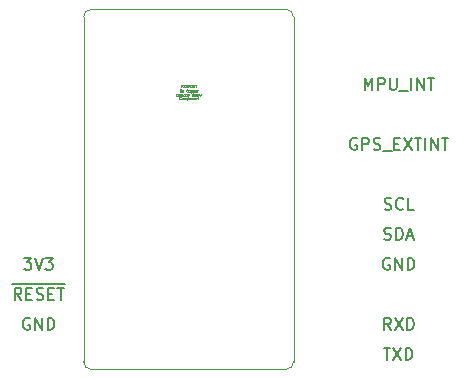
<source format=gbr>
%TF.GenerationSoftware,KiCad,Pcbnew,5.1.5+dfsg1-2~bpo10+1*%
%TF.CreationDate,Date%
%TF.ProjectId,ProMicro_GPS,50726f4d-6963-4726-9f5f-4750532e6b69,v3.1*%
%TF.SameCoordinates,Original*%
%TF.FileFunction,Other,Comment*%
%FSLAX45Y45*%
G04 Gerber Fmt 4.5, Leading zero omitted, Abs format (unit mm)*
G04 Created by KiCad*
%MOMM*%
%LPD*%
G04 APERTURE LIST*
%ADD10C,0.100000*%
%ADD11C,0.150000*%
%ADD12C,0.040000*%
G04 APERTURE END LIST*
D10*
X127000Y2857500D02*
X127000Y-63500D01*
D11*
X727905Y2240762D02*
X727905Y2340762D01*
X761238Y2269333D01*
X794571Y2340762D01*
X794571Y2240762D01*
X842190Y2240762D02*
X842190Y2340762D01*
X880286Y2340762D01*
X889809Y2336000D01*
X894571Y2331238D01*
X899333Y2321714D01*
X899333Y2307429D01*
X894571Y2297905D01*
X889809Y2293143D01*
X880286Y2288381D01*
X842190Y2288381D01*
X942190Y2340762D02*
X942190Y2259810D01*
X946952Y2250286D01*
X951714Y2245524D01*
X961238Y2240762D01*
X980286Y2240762D01*
X989809Y2245524D01*
X994571Y2250286D01*
X999333Y2259810D01*
X999333Y2340762D01*
X1023143Y2231238D02*
X1099333Y2231238D01*
X1123143Y2240762D02*
X1123143Y2340762D01*
X1170762Y2240762D02*
X1170762Y2340762D01*
X1227905Y2240762D01*
X1227905Y2340762D01*
X1261238Y2340762D02*
X1318381Y2340762D01*
X1289810Y2240762D02*
X1289810Y2340762D01*
X-2155810Y816762D02*
X-2093905Y816762D01*
X-2127238Y778667D01*
X-2112952Y778667D01*
X-2103429Y773905D01*
X-2098667Y769143D01*
X-2093905Y759619D01*
X-2093905Y735810D01*
X-2098667Y726286D01*
X-2103429Y721524D01*
X-2112952Y716762D01*
X-2141524Y716762D01*
X-2151048Y721524D01*
X-2155810Y726286D01*
X-2065333Y816762D02*
X-2032000Y716762D01*
X-1998667Y816762D01*
X-1974857Y816762D02*
X-1912952Y816762D01*
X-1946286Y778667D01*
X-1932000Y778667D01*
X-1922476Y773905D01*
X-1917714Y769143D01*
X-1912952Y759619D01*
X-1912952Y735810D01*
X-1917714Y726286D01*
X-1922476Y721524D01*
X-1932000Y716762D01*
X-1960571Y716762D01*
X-1970095Y721524D01*
X-1974857Y726286D01*
X894571Y975524D02*
X908857Y970762D01*
X932667Y970762D01*
X942190Y975524D01*
X946952Y980286D01*
X951714Y989810D01*
X951714Y999333D01*
X946952Y1008857D01*
X942190Y1013619D01*
X932667Y1018381D01*
X913619Y1023143D01*
X904095Y1027905D01*
X899333Y1032667D01*
X894571Y1042190D01*
X894571Y1051714D01*
X899333Y1061238D01*
X904095Y1066000D01*
X913619Y1070762D01*
X937428Y1070762D01*
X951714Y1066000D01*
X994571Y970762D02*
X994571Y1070762D01*
X1018381Y1070762D01*
X1032667Y1066000D01*
X1042190Y1056476D01*
X1046952Y1046952D01*
X1051714Y1027905D01*
X1051714Y1013619D01*
X1046952Y994571D01*
X1042190Y985048D01*
X1032667Y975524D01*
X1018381Y970762D01*
X994571Y970762D01*
X1089810Y999333D02*
X1137429Y999333D01*
X1080286Y970762D02*
X1113619Y1070762D01*
X1146952Y970762D01*
X896952Y1229524D02*
X911238Y1224762D01*
X935048Y1224762D01*
X944571Y1229524D01*
X949333Y1234286D01*
X954095Y1243810D01*
X954095Y1253333D01*
X949333Y1262857D01*
X944571Y1267619D01*
X935048Y1272381D01*
X916000Y1277143D01*
X906476Y1281905D01*
X901714Y1286667D01*
X896952Y1296191D01*
X896952Y1305714D01*
X901714Y1315238D01*
X906476Y1320000D01*
X916000Y1324762D01*
X939809Y1324762D01*
X954095Y1320000D01*
X1054095Y1234286D02*
X1049333Y1229524D01*
X1035048Y1224762D01*
X1025524Y1224762D01*
X1011238Y1229524D01*
X1001714Y1239048D01*
X996952Y1248572D01*
X992190Y1267619D01*
X992190Y1281905D01*
X996952Y1300952D01*
X1001714Y1310476D01*
X1011238Y1320000D01*
X1025524Y1324762D01*
X1035048Y1324762D01*
X1049333Y1320000D01*
X1054095Y1315238D01*
X1144571Y1224762D02*
X1096952Y1224762D01*
X1096952Y1324762D01*
X889809Y54762D02*
X946952Y54762D01*
X918381Y-45238D02*
X918381Y54762D01*
X970762Y54762D02*
X1037428Y-45238D01*
X1037428Y54762D02*
X970762Y-45238D01*
X1075524Y-45238D02*
X1075524Y54762D01*
X1099333Y54762D01*
X1113619Y50000D01*
X1123143Y40476D01*
X1127905Y30952D01*
X1132667Y11905D01*
X1132667Y-2381D01*
X1127905Y-21429D01*
X1123143Y-30952D01*
X1113619Y-40476D01*
X1099333Y-45238D01*
X1075524Y-45238D01*
X949333Y208762D02*
X916000Y256381D01*
X892190Y208762D02*
X892190Y308762D01*
X930286Y308762D01*
X939809Y304000D01*
X944571Y299238D01*
X949333Y289714D01*
X949333Y275429D01*
X944571Y265905D01*
X939809Y261143D01*
X930286Y256381D01*
X892190Y256381D01*
X982667Y308762D02*
X1049333Y208762D01*
X1049333Y308762D02*
X982667Y208762D01*
X1087429Y208762D02*
X1087429Y308762D01*
X1111238Y308762D01*
X1125524Y304000D01*
X1135048Y294476D01*
X1139810Y284952D01*
X1144571Y265905D01*
X1144571Y251619D01*
X1139810Y232571D01*
X1135048Y223048D01*
X1125524Y213524D01*
X1111238Y208762D01*
X1087429Y208762D01*
X661238Y1828000D02*
X651714Y1832762D01*
X637429Y1832762D01*
X623143Y1828000D01*
X613619Y1818476D01*
X608857Y1808952D01*
X604095Y1789905D01*
X604095Y1775619D01*
X608857Y1756571D01*
X613619Y1747048D01*
X623143Y1737524D01*
X637429Y1732762D01*
X646952Y1732762D01*
X661238Y1737524D01*
X666000Y1742286D01*
X666000Y1775619D01*
X646952Y1775619D01*
X708857Y1732762D02*
X708857Y1832762D01*
X746952Y1832762D01*
X756476Y1828000D01*
X761238Y1823238D01*
X766000Y1813714D01*
X766000Y1799429D01*
X761238Y1789905D01*
X756476Y1785143D01*
X746952Y1780381D01*
X708857Y1780381D01*
X804095Y1737524D02*
X818381Y1732762D01*
X842190Y1732762D01*
X851714Y1737524D01*
X856476Y1742286D01*
X861238Y1751810D01*
X861238Y1761333D01*
X856476Y1770857D01*
X851714Y1775619D01*
X842190Y1780381D01*
X823143Y1785143D01*
X813619Y1789905D01*
X808857Y1794667D01*
X804095Y1804190D01*
X804095Y1813714D01*
X808857Y1823238D01*
X813619Y1828000D01*
X823143Y1832762D01*
X846952Y1832762D01*
X861238Y1828000D01*
X880286Y1723238D02*
X956476Y1723238D01*
X980286Y1785143D02*
X1013619Y1785143D01*
X1027905Y1732762D02*
X980286Y1732762D01*
X980286Y1832762D01*
X1027905Y1832762D01*
X1061238Y1832762D02*
X1127905Y1732762D01*
X1127905Y1832762D02*
X1061238Y1732762D01*
X1151714Y1832762D02*
X1208857Y1832762D01*
X1180286Y1732762D02*
X1180286Y1832762D01*
X1242190Y1732762D02*
X1242190Y1832762D01*
X1289810Y1732762D02*
X1289810Y1832762D01*
X1346952Y1732762D01*
X1346952Y1832762D01*
X1380286Y1832762D02*
X1437428Y1832762D01*
X1408857Y1732762D02*
X1408857Y1832762D01*
X939809Y812000D02*
X930286Y816762D01*
X916000Y816762D01*
X901714Y812000D01*
X892190Y802476D01*
X887428Y792952D01*
X882667Y773905D01*
X882667Y759619D01*
X887428Y740571D01*
X892190Y731048D01*
X901714Y721524D01*
X916000Y716762D01*
X925524Y716762D01*
X939809Y721524D01*
X944571Y726286D01*
X944571Y759619D01*
X925524Y759619D01*
X987428Y716762D02*
X987428Y816762D01*
X1044571Y716762D01*
X1044571Y816762D01*
X1092190Y716762D02*
X1092190Y816762D01*
X1116000Y816762D01*
X1130286Y812000D01*
X1139810Y802476D01*
X1144571Y792952D01*
X1149333Y773905D01*
X1149333Y759619D01*
X1144571Y740571D01*
X1139810Y731048D01*
X1130286Y721524D01*
X1116000Y716762D01*
X1092190Y716762D01*
X-2108191Y304000D02*
X-2117714Y308762D01*
X-2132000Y308762D01*
X-2146286Y304000D01*
X-2155810Y294476D01*
X-2160572Y284952D01*
X-2165333Y265905D01*
X-2165333Y251619D01*
X-2160572Y232571D01*
X-2155810Y223048D01*
X-2146286Y213524D01*
X-2132000Y208762D01*
X-2122476Y208762D01*
X-2108191Y213524D01*
X-2103429Y218286D01*
X-2103429Y251619D01*
X-2122476Y251619D01*
X-2060571Y208762D02*
X-2060571Y308762D01*
X-2003429Y208762D01*
X-2003429Y308762D01*
X-1955810Y208762D02*
X-1955810Y308762D01*
X-1932000Y308762D01*
X-1917714Y304000D01*
X-1908190Y294476D01*
X-1903429Y284952D01*
X-1898667Y265905D01*
X-1898667Y251619D01*
X-1903429Y232571D01*
X-1908190Y223048D01*
X-1917714Y213524D01*
X-1932000Y208762D01*
X-1955810Y208762D01*
X-2258191Y599500D02*
X-2158191Y599500D01*
X-2177238Y462762D02*
X-2210572Y510381D01*
X-2234381Y462762D02*
X-2234381Y562762D01*
X-2196286Y562762D01*
X-2186762Y558000D01*
X-2182000Y553238D01*
X-2177238Y543714D01*
X-2177238Y529429D01*
X-2182000Y519905D01*
X-2186762Y515143D01*
X-2196286Y510381D01*
X-2234381Y510381D01*
X-2158191Y599500D02*
X-2067714Y599500D01*
X-2134381Y515143D02*
X-2101048Y515143D01*
X-2086762Y462762D02*
X-2134381Y462762D01*
X-2134381Y562762D01*
X-2086762Y562762D01*
X-2067714Y599500D02*
X-1972476Y599500D01*
X-2048667Y467524D02*
X-2034381Y462762D01*
X-2010571Y462762D01*
X-2001048Y467524D01*
X-1996286Y472286D01*
X-1991524Y481810D01*
X-1991524Y491333D01*
X-1996286Y500857D01*
X-2001048Y505619D01*
X-2010571Y510381D01*
X-2029619Y515143D01*
X-2039143Y519905D01*
X-2043905Y524667D01*
X-2048667Y534191D01*
X-2048667Y543714D01*
X-2043905Y553238D01*
X-2039143Y558000D01*
X-2029619Y562762D01*
X-2005810Y562762D01*
X-1991524Y558000D01*
X-1972476Y599500D02*
X-1882000Y599500D01*
X-1948667Y515143D02*
X-1915333Y515143D01*
X-1901048Y462762D02*
X-1948667Y462762D01*
X-1948667Y562762D01*
X-1901048Y562762D01*
X-1882000Y599500D02*
X-1805810Y599500D01*
X-1872476Y562762D02*
X-1815333Y562762D01*
X-1843905Y462762D02*
X-1843905Y562762D01*
D10*
X-1587500Y-127000D02*
G75*
G02X-1651000Y-63500I0J63500D01*
G01*
X-1651000Y2857500D02*
G75*
G02X-1587500Y2921000I63500J0D01*
G01*
X63500Y2921000D02*
G75*
G02X127000Y2857500I0J-63500D01*
G01*
X127000Y-63500D02*
G75*
G02X63500Y-127000I-63500J0D01*
G01*
X-1587500Y2921000D02*
X63500Y2921000D01*
X-1651000Y-63500D02*
X-1651000Y2857500D01*
X63500Y-127000D02*
X-1587500Y-127000D01*
D12*
X-828667Y2160357D02*
X-829619Y2159405D01*
X-832476Y2158452D01*
X-834381Y2158452D01*
X-837238Y2159405D01*
X-839143Y2161310D01*
X-840095Y2163214D01*
X-841048Y2167024D01*
X-841048Y2169881D01*
X-840095Y2173691D01*
X-839143Y2175595D01*
X-837238Y2177500D01*
X-834381Y2178452D01*
X-832476Y2178452D01*
X-829619Y2177500D01*
X-828667Y2176548D01*
X-817238Y2158452D02*
X-819143Y2159405D01*
X-820095Y2160357D01*
X-821048Y2162262D01*
X-821048Y2167976D01*
X-820095Y2169881D01*
X-819143Y2170833D01*
X-817238Y2171786D01*
X-814381Y2171786D01*
X-812476Y2170833D01*
X-811524Y2169881D01*
X-810571Y2167976D01*
X-810571Y2162262D01*
X-811524Y2160357D01*
X-812476Y2159405D01*
X-814381Y2158452D01*
X-817238Y2158452D01*
X-802000Y2158452D02*
X-802000Y2171786D01*
X-802000Y2169881D02*
X-801048Y2170833D01*
X-799143Y2171786D01*
X-796286Y2171786D01*
X-794381Y2170833D01*
X-793429Y2168929D01*
X-793429Y2158452D01*
X-793429Y2168929D02*
X-792476Y2170833D01*
X-790571Y2171786D01*
X-787714Y2171786D01*
X-785810Y2170833D01*
X-784857Y2168929D01*
X-784857Y2158452D01*
X-775333Y2171786D02*
X-775333Y2151786D01*
X-775333Y2170833D02*
X-773429Y2171786D01*
X-769619Y2171786D01*
X-767714Y2170833D01*
X-766762Y2169881D01*
X-765810Y2167976D01*
X-765810Y2162262D01*
X-766762Y2160357D01*
X-767714Y2159405D01*
X-769619Y2158452D01*
X-773429Y2158452D01*
X-775333Y2159405D01*
X-754381Y2158452D02*
X-756286Y2159405D01*
X-757238Y2160357D01*
X-758190Y2162262D01*
X-758190Y2167976D01*
X-757238Y2169881D01*
X-756286Y2170833D01*
X-754381Y2171786D01*
X-751524Y2171786D01*
X-749619Y2170833D01*
X-748667Y2169881D01*
X-747714Y2167976D01*
X-747714Y2162262D01*
X-748667Y2160357D01*
X-749619Y2159405D01*
X-751524Y2158452D01*
X-754381Y2158452D01*
X-739143Y2171786D02*
X-739143Y2158452D01*
X-739143Y2169881D02*
X-738190Y2170833D01*
X-736286Y2171786D01*
X-733429Y2171786D01*
X-731524Y2170833D01*
X-730571Y2168929D01*
X-730571Y2158452D01*
X-713429Y2159405D02*
X-715333Y2158452D01*
X-719143Y2158452D01*
X-721048Y2159405D01*
X-722000Y2161310D01*
X-722000Y2168929D01*
X-721048Y2170833D01*
X-719143Y2171786D01*
X-715333Y2171786D01*
X-713429Y2170833D01*
X-712476Y2168929D01*
X-712476Y2167024D01*
X-722000Y2165119D01*
X-703905Y2171786D02*
X-703905Y2158452D01*
X-703905Y2169881D02*
X-702952Y2170833D01*
X-701048Y2171786D01*
X-698191Y2171786D01*
X-696286Y2170833D01*
X-695333Y2168929D01*
X-695333Y2158452D01*
X-688667Y2171786D02*
X-681048Y2171786D01*
X-685810Y2178452D02*
X-685810Y2161310D01*
X-684857Y2159405D01*
X-682952Y2158452D01*
X-681048Y2158452D01*
X-864857Y2188452D02*
X-864857Y2208452D01*
X-860095Y2208452D01*
X-857238Y2207500D01*
X-855333Y2205595D01*
X-854381Y2203691D01*
X-853429Y2199881D01*
X-853429Y2197024D01*
X-854381Y2193214D01*
X-855333Y2191310D01*
X-857238Y2189405D01*
X-860095Y2188452D01*
X-864857Y2188452D01*
X-844857Y2188452D02*
X-844857Y2201786D01*
X-844857Y2208452D02*
X-845810Y2207500D01*
X-844857Y2206548D01*
X-843905Y2207500D01*
X-844857Y2208452D01*
X-844857Y2206548D01*
X-835333Y2188452D02*
X-835333Y2201786D01*
X-835333Y2197976D02*
X-834381Y2199881D01*
X-833429Y2200833D01*
X-831524Y2201786D01*
X-829619Y2201786D01*
X-815333Y2189405D02*
X-817238Y2188452D01*
X-821048Y2188452D01*
X-822952Y2189405D01*
X-823905Y2191310D01*
X-823905Y2198929D01*
X-822952Y2200833D01*
X-821048Y2201786D01*
X-817238Y2201786D01*
X-815333Y2200833D01*
X-814381Y2198929D01*
X-814381Y2197024D01*
X-823905Y2195119D01*
X-797238Y2189405D02*
X-799143Y2188452D01*
X-802952Y2188452D01*
X-804857Y2189405D01*
X-805810Y2190357D01*
X-806762Y2192262D01*
X-806762Y2197976D01*
X-805810Y2199881D01*
X-804857Y2200833D01*
X-802952Y2201786D01*
X-799143Y2201786D01*
X-797238Y2200833D01*
X-791524Y2201786D02*
X-783905Y2201786D01*
X-788667Y2208452D02*
X-788667Y2191310D01*
X-787714Y2189405D01*
X-785810Y2188452D01*
X-783905Y2188452D01*
X-774381Y2188452D02*
X-776286Y2189405D01*
X-777238Y2191310D01*
X-777238Y2208452D01*
X-768667Y2201786D02*
X-763905Y2188452D01*
X-759143Y2201786D02*
X-763905Y2188452D01*
X-765810Y2183691D01*
X-766762Y2182738D01*
X-768667Y2181786D01*
X-729619Y2198929D02*
X-726762Y2197976D01*
X-725810Y2197024D01*
X-724857Y2195119D01*
X-724857Y2192262D01*
X-725810Y2190357D01*
X-726762Y2189405D01*
X-728667Y2188452D01*
X-736286Y2188452D01*
X-736286Y2208452D01*
X-729619Y2208452D01*
X-727714Y2207500D01*
X-726762Y2206548D01*
X-725810Y2204643D01*
X-725810Y2202738D01*
X-726762Y2200833D01*
X-727714Y2199881D01*
X-729619Y2198929D01*
X-736286Y2198929D01*
X-708667Y2189405D02*
X-710571Y2188452D01*
X-714381Y2188452D01*
X-716286Y2189405D01*
X-717238Y2191310D01*
X-717238Y2198929D01*
X-716286Y2200833D01*
X-714381Y2201786D01*
X-710571Y2201786D01*
X-708667Y2200833D01*
X-707714Y2198929D01*
X-707714Y2197024D01*
X-717238Y2195119D01*
X-696286Y2188452D02*
X-698191Y2189405D01*
X-699143Y2191310D01*
X-699143Y2208452D01*
X-685810Y2188452D02*
X-687714Y2189405D01*
X-688667Y2190357D01*
X-689619Y2192262D01*
X-689619Y2197976D01*
X-688667Y2199881D01*
X-687714Y2200833D01*
X-685810Y2201786D01*
X-682952Y2201786D01*
X-681048Y2200833D01*
X-680095Y2199881D01*
X-679143Y2197976D01*
X-679143Y2192262D01*
X-680095Y2190357D01*
X-681048Y2189405D01*
X-682952Y2188452D01*
X-685810Y2188452D01*
X-672476Y2201786D02*
X-668667Y2188452D01*
X-664857Y2197976D01*
X-661048Y2188452D01*
X-657238Y2201786D01*
X-836286Y2223452D02*
X-836286Y2243452D01*
X-824857Y2223452D01*
X-824857Y2243452D01*
X-812476Y2223452D02*
X-814381Y2224405D01*
X-815333Y2225357D01*
X-816286Y2227262D01*
X-816286Y2232976D01*
X-815333Y2234881D01*
X-814381Y2235833D01*
X-812476Y2236786D01*
X-809619Y2236786D01*
X-807714Y2235833D01*
X-806762Y2234881D01*
X-805810Y2232976D01*
X-805810Y2227262D01*
X-806762Y2225357D01*
X-807714Y2224405D01*
X-809619Y2223452D01*
X-812476Y2223452D01*
X-770571Y2225357D02*
X-771524Y2224405D01*
X-774381Y2223452D01*
X-776286Y2223452D01*
X-779143Y2224405D01*
X-781048Y2226310D01*
X-782000Y2228214D01*
X-782952Y2232024D01*
X-782952Y2234881D01*
X-782000Y2238691D01*
X-781048Y2240595D01*
X-779143Y2242500D01*
X-776286Y2243452D01*
X-774381Y2243452D01*
X-771524Y2242500D01*
X-770571Y2241548D01*
X-759143Y2223452D02*
X-761048Y2224405D01*
X-762000Y2225357D01*
X-762952Y2227262D01*
X-762952Y2232976D01*
X-762000Y2234881D01*
X-761048Y2235833D01*
X-759143Y2236786D01*
X-756286Y2236786D01*
X-754381Y2235833D01*
X-753429Y2234881D01*
X-752476Y2232976D01*
X-752476Y2227262D01*
X-753429Y2225357D01*
X-754381Y2224405D01*
X-756286Y2223452D01*
X-759143Y2223452D01*
X-743905Y2236786D02*
X-743905Y2216786D01*
X-743905Y2235833D02*
X-742000Y2236786D01*
X-738190Y2236786D01*
X-736286Y2235833D01*
X-735333Y2234881D01*
X-734381Y2232976D01*
X-734381Y2227262D01*
X-735333Y2225357D01*
X-736286Y2224405D01*
X-738190Y2223452D01*
X-742000Y2223452D01*
X-743905Y2224405D01*
X-725810Y2236786D02*
X-725810Y2216786D01*
X-725810Y2235833D02*
X-723905Y2236786D01*
X-720095Y2236786D01*
X-718190Y2235833D01*
X-717238Y2234881D01*
X-716286Y2232976D01*
X-716286Y2227262D01*
X-717238Y2225357D01*
X-718190Y2224405D01*
X-720095Y2223452D01*
X-723905Y2223452D01*
X-725810Y2224405D01*
X-700095Y2224405D02*
X-702000Y2223452D01*
X-705810Y2223452D01*
X-707714Y2224405D01*
X-708667Y2226310D01*
X-708667Y2233929D01*
X-707714Y2235833D01*
X-705810Y2236786D01*
X-702000Y2236786D01*
X-700095Y2235833D01*
X-699143Y2233929D01*
X-699143Y2232024D01*
X-708667Y2230119D01*
X-690572Y2223452D02*
X-690572Y2236786D01*
X-690572Y2232976D02*
X-689619Y2234881D01*
X-688667Y2235833D01*
X-686762Y2236786D01*
X-684857Y2236786D01*
X-823905Y2263452D02*
X-823905Y2283452D01*
X-812476Y2263452D02*
X-821048Y2274881D01*
X-812476Y2283452D02*
X-823905Y2272024D01*
X-803905Y2273929D02*
X-797238Y2273929D01*
X-794381Y2263452D02*
X-803905Y2263452D01*
X-803905Y2283452D01*
X-794381Y2283452D01*
X-785810Y2273929D02*
X-779143Y2273929D01*
X-776286Y2263452D02*
X-785810Y2263452D01*
X-785810Y2283452D01*
X-776286Y2283452D01*
X-767714Y2263452D02*
X-767714Y2283452D01*
X-760095Y2283452D01*
X-758190Y2282500D01*
X-757238Y2281548D01*
X-756286Y2279643D01*
X-756286Y2276786D01*
X-757238Y2274881D01*
X-758190Y2273929D01*
X-760095Y2272976D01*
X-767714Y2272976D01*
X-743905Y2283452D02*
X-740095Y2283452D01*
X-738190Y2282500D01*
X-736286Y2280595D01*
X-735333Y2276786D01*
X-735333Y2270119D01*
X-736286Y2266310D01*
X-738190Y2264405D01*
X-740095Y2263452D01*
X-743905Y2263452D01*
X-745810Y2264405D01*
X-747714Y2266310D01*
X-748667Y2270119D01*
X-748667Y2276786D01*
X-747714Y2280595D01*
X-745810Y2282500D01*
X-743905Y2283452D01*
X-726762Y2283452D02*
X-726762Y2267262D01*
X-725810Y2265357D01*
X-724857Y2264405D01*
X-722952Y2263452D01*
X-719143Y2263452D01*
X-717238Y2264405D01*
X-716286Y2265357D01*
X-715333Y2267262D01*
X-715333Y2283452D01*
X-708667Y2283452D02*
X-697238Y2283452D01*
X-702952Y2263452D02*
X-702952Y2283452D01*
M02*

</source>
